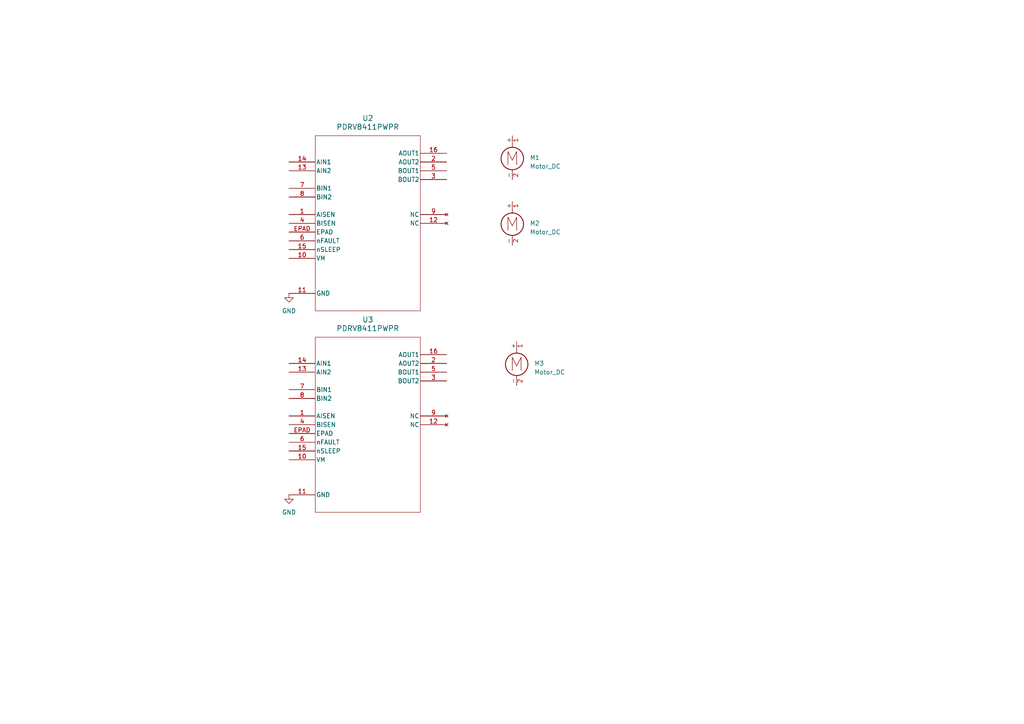
<source format=kicad_sch>
(kicad_sch (version 20230121) (generator eeschema)

  (uuid 84fdf8d1-67ff-42e7-ae67-4321bea0746e)

  (paper "A4")

  (lib_symbols
    (symbol "DRV8411:PDRV8411PWPR" (pin_names (offset 0.254)) (in_bom yes) (on_board yes)
      (property "Reference" "U" (at 22.86 12.7 0)
        (effects (font (size 1.524 1.524)))
      )
      (property "Value" "PDRV8411PWPR" (at 22.86 10.16 0)
        (effects (font (size 1.524 1.524)))
      )
      (property "Footprint" "TSSOP_11PWPR_TEX" (at 0 0 0)
        (effects (font (size 1.27 1.27) italic) hide)
      )
      (property "Datasheet" "PDRV8411PWPR" (at 0 0 0)
        (effects (font (size 1.27 1.27) italic) hide)
      )
      (property "ki_locked" "" (at 0 0 0)
        (effects (font (size 1.27 1.27)))
      )
      (property "ki_keywords" "PDRV8411PWPR" (at 0 0 0)
        (effects (font (size 1.27 1.27)) hide)
      )
      (property "ki_fp_filters" "TSSOP_11PWPR_TEX TSSOP_11PWPR_TEX-M TSSOP_11PWPR_TEX-L" (at 0 0 0)
        (effects (font (size 1.27 1.27)) hide)
      )
      (symbol "PDRV8411PWPR_0_1"
        (polyline
          (pts
            (xy 7.62 -43.18)
            (xy 38.1 -43.18)
          )
          (stroke (width 0.127) (type default))
          (fill (type none))
        )
        (polyline
          (pts
            (xy 7.62 7.62)
            (xy 7.62 -43.18)
          )
          (stroke (width 0.127) (type default))
          (fill (type none))
        )
        (polyline
          (pts
            (xy 38.1 -43.18)
            (xy 38.1 7.62)
          )
          (stroke (width 0.127) (type default))
          (fill (type none))
        )
        (polyline
          (pts
            (xy 38.1 7.62)
            (xy 7.62 7.62)
          )
          (stroke (width 0.127) (type default))
          (fill (type none))
        )
        (pin unspecified line (at 0 -15.24 0) (length 7.62)
          (name "AISEN" (effects (font (size 1.27 1.27))))
          (number "1" (effects (font (size 1.27 1.27))))
        )
        (pin unspecified line (at 0 -27.94 0) (length 7.62)
          (name "VM" (effects (font (size 1.27 1.27))))
          (number "10" (effects (font (size 1.27 1.27))))
        )
        (pin power_out line (at 0 -38.1 0) (length 7.62)
          (name "GND" (effects (font (size 1.27 1.27))))
          (number "11" (effects (font (size 1.27 1.27))))
        )
        (pin no_connect line (at 45.72 -17.78 180) (length 7.62)
          (name "NC" (effects (font (size 1.27 1.27))))
          (number "12" (effects (font (size 1.27 1.27))))
        )
        (pin input line (at 0 -2.54 0) (length 7.62)
          (name "AIN2" (effects (font (size 1.27 1.27))))
          (number "13" (effects (font (size 1.27 1.27))))
        )
        (pin input line (at 0 0 0) (length 7.62)
          (name "AIN1" (effects (font (size 1.27 1.27))))
          (number "14" (effects (font (size 1.27 1.27))))
        )
        (pin unspecified line (at 0 -25.4 0) (length 7.62)
          (name "nSLEEP" (effects (font (size 1.27 1.27))))
          (number "15" (effects (font (size 1.27 1.27))))
        )
        (pin output line (at 45.72 2.54 180) (length 7.62)
          (name "AOUT1" (effects (font (size 1.27 1.27))))
          (number "16" (effects (font (size 1.27 1.27))))
        )
        (pin output line (at 45.72 0 180) (length 7.62)
          (name "AOUT2" (effects (font (size 1.27 1.27))))
          (number "2" (effects (font (size 1.27 1.27))))
        )
        (pin output line (at 45.72 -5.08 180) (length 7.62)
          (name "BOUT2" (effects (font (size 1.27 1.27))))
          (number "3" (effects (font (size 1.27 1.27))))
        )
        (pin unspecified line (at 0 -17.78 0) (length 7.62)
          (name "BISEN" (effects (font (size 1.27 1.27))))
          (number "4" (effects (font (size 1.27 1.27))))
        )
        (pin output line (at 45.72 -2.54 180) (length 7.62)
          (name "BOUT1" (effects (font (size 1.27 1.27))))
          (number "5" (effects (font (size 1.27 1.27))))
        )
        (pin unspecified line (at 0 -22.86 0) (length 7.62)
          (name "nFAULT" (effects (font (size 1.27 1.27))))
          (number "6" (effects (font (size 1.27 1.27))))
        )
        (pin input line (at 0 -7.62 0) (length 7.62)
          (name "BIN1" (effects (font (size 1.27 1.27))))
          (number "7" (effects (font (size 1.27 1.27))))
        )
        (pin input line (at 0 -10.16 0) (length 7.62)
          (name "BIN2" (effects (font (size 1.27 1.27))))
          (number "8" (effects (font (size 1.27 1.27))))
        )
        (pin no_connect line (at 45.72 -15.24 180) (length 7.62)
          (name "NC" (effects (font (size 1.27 1.27))))
          (number "9" (effects (font (size 1.27 1.27))))
        )
        (pin unspecified line (at 0 -20.32 0) (length 7.62)
          (name "EPAD" (effects (font (size 1.27 1.27))))
          (number "EPAD" (effects (font (size 1.27 1.27))))
        )
      )
    )
    (symbol "Motor:Motor_DC" (pin_names (offset 0)) (in_bom yes) (on_board yes)
      (property "Reference" "M" (at 2.54 2.54 0)
        (effects (font (size 1.27 1.27)) (justify left))
      )
      (property "Value" "Motor_DC" (at 2.54 -5.08 0)
        (effects (font (size 1.27 1.27)) (justify left top))
      )
      (property "Footprint" "" (at 0 -2.286 0)
        (effects (font (size 1.27 1.27)) hide)
      )
      (property "Datasheet" "~" (at 0 -2.286 0)
        (effects (font (size 1.27 1.27)) hide)
      )
      (property "ki_keywords" "DC Motor" (at 0 0 0)
        (effects (font (size 1.27 1.27)) hide)
      )
      (property "ki_description" "DC Motor" (at 0 0 0)
        (effects (font (size 1.27 1.27)) hide)
      )
      (property "ki_fp_filters" "PinHeader*P2.54mm* TerminalBlock*" (at 0 0 0)
        (effects (font (size 1.27 1.27)) hide)
      )
      (symbol "Motor_DC_0_0"
        (polyline
          (pts
            (xy -1.27 -3.302)
            (xy -1.27 0.508)
            (xy 0 -2.032)
            (xy 1.27 0.508)
            (xy 1.27 -3.302)
          )
          (stroke (width 0) (type default))
          (fill (type none))
        )
      )
      (symbol "Motor_DC_0_1"
        (circle (center 0 -1.524) (radius 3.2512)
          (stroke (width 0.254) (type default))
          (fill (type none))
        )
        (polyline
          (pts
            (xy 0 -7.62)
            (xy 0 -7.112)
          )
          (stroke (width 0) (type default))
          (fill (type none))
        )
        (polyline
          (pts
            (xy 0 -4.7752)
            (xy 0 -5.1816)
          )
          (stroke (width 0) (type default))
          (fill (type none))
        )
        (polyline
          (pts
            (xy 0 1.7272)
            (xy 0 2.0828)
          )
          (stroke (width 0) (type default))
          (fill (type none))
        )
        (polyline
          (pts
            (xy 0 2.032)
            (xy 0 2.54)
          )
          (stroke (width 0) (type default))
          (fill (type none))
        )
      )
      (symbol "Motor_DC_1_1"
        (pin passive line (at 0 5.08 270) (length 2.54)
          (name "+" (effects (font (size 1.27 1.27))))
          (number "1" (effects (font (size 1.27 1.27))))
        )
        (pin passive line (at 0 -7.62 90) (length 2.54)
          (name "-" (effects (font (size 1.27 1.27))))
          (number "2" (effects (font (size 1.27 1.27))))
        )
      )
    )
    (symbol "power:GND" (power) (pin_names (offset 0)) (in_bom yes) (on_board yes)
      (property "Reference" "#PWR" (at 0 -6.35 0)
        (effects (font (size 1.27 1.27)) hide)
      )
      (property "Value" "GND" (at 0 -3.81 0)
        (effects (font (size 1.27 1.27)))
      )
      (property "Footprint" "" (at 0 0 0)
        (effects (font (size 1.27 1.27)) hide)
      )
      (property "Datasheet" "" (at 0 0 0)
        (effects (font (size 1.27 1.27)) hide)
      )
      (property "ki_keywords" "global power" (at 0 0 0)
        (effects (font (size 1.27 1.27)) hide)
      )
      (property "ki_description" "Power symbol creates a global label with name \"GND\" , ground" (at 0 0 0)
        (effects (font (size 1.27 1.27)) hide)
      )
      (symbol "GND_0_1"
        (polyline
          (pts
            (xy 0 0)
            (xy 0 -1.27)
            (xy 1.27 -1.27)
            (xy 0 -2.54)
            (xy -1.27 -1.27)
            (xy 0 -1.27)
          )
          (stroke (width 0) (type default))
          (fill (type none))
        )
      )
      (symbol "GND_1_1"
        (pin power_in line (at 0 0 270) (length 0) hide
          (name "GND" (effects (font (size 1.27 1.27))))
          (number "1" (effects (font (size 1.27 1.27))))
        )
      )
    )
  )


  (symbol (lib_id "power:GND") (at 83.82 143.51 0) (unit 1)
    (in_bom yes) (on_board yes) (dnp no) (fields_autoplaced)
    (uuid 196e00f3-5fdc-41f5-ab5b-0569156f4c46)
    (property "Reference" "#PWR03" (at 83.82 149.86 0)
      (effects (font (size 1.27 1.27)) hide)
    )
    (property "Value" "GND" (at 83.82 148.59 0)
      (effects (font (size 1.27 1.27)))
    )
    (property "Footprint" "" (at 83.82 143.51 0)
      (effects (font (size 1.27 1.27)) hide)
    )
    (property "Datasheet" "" (at 83.82 143.51 0)
      (effects (font (size 1.27 1.27)) hide)
    )
    (pin "1" (uuid dddb1d70-9aa8-4346-87a4-b2dcfdb3ccbc))
    (instances
      (project "Pico-Skidi"
        (path "/21865b85-eb74-4d61-a31a-30858d3bc341"
          (reference "#PWR03") (unit 1)
        )
        (path "/21865b85-eb74-4d61-a31a-30858d3bc341/bbc489db-46a3-4246-b410-83dab5c86885"
          (reference "#PWR04") (unit 1)
        )
      )
    )
  )

  (symbol (lib_id "power:GND") (at 83.82 85.09 0) (unit 1)
    (in_bom yes) (on_board yes) (dnp no) (fields_autoplaced)
    (uuid 537596ee-a878-427a-b5c3-224e02856eee)
    (property "Reference" "#PWR04" (at 83.82 91.44 0)
      (effects (font (size 1.27 1.27)) hide)
    )
    (property "Value" "GND" (at 83.82 90.17 0)
      (effects (font (size 1.27 1.27)))
    )
    (property "Footprint" "" (at 83.82 85.09 0)
      (effects (font (size 1.27 1.27)) hide)
    )
    (property "Datasheet" "" (at 83.82 85.09 0)
      (effects (font (size 1.27 1.27)) hide)
    )
    (pin "1" (uuid 36ec1237-7c96-4ca3-a54c-d2d14c1938e2))
    (instances
      (project "Pico-Skidi"
        (path "/21865b85-eb74-4d61-a31a-30858d3bc341"
          (reference "#PWR04") (unit 1)
        )
        (path "/21865b85-eb74-4d61-a31a-30858d3bc341/bbc489db-46a3-4246-b410-83dab5c86885"
          (reference "#PWR03") (unit 1)
        )
      )
    )
  )

  (symbol (lib_id "DRV8411:PDRV8411PWPR") (at 83.82 105.41 0) (unit 1)
    (in_bom yes) (on_board yes) (dnp no) (fields_autoplaced)
    (uuid 55fb1419-6018-4eff-8028-4469fd158aa5)
    (property "Reference" "U3" (at 106.68 92.71 0)
      (effects (font (size 1.524 1.524)))
    )
    (property "Value" "PDRV8411PWPR" (at 106.68 95.25 0)
      (effects (font (size 1.524 1.524)))
    )
    (property "Footprint" "TSSOP_11PWPR_TEX" (at 83.82 105.41 0)
      (effects (font (size 1.27 1.27) italic) hide)
    )
    (property "Datasheet" "PDRV8411PWPR" (at 83.82 105.41 0)
      (effects (font (size 1.27 1.27) italic) hide)
    )
    (pin "1" (uuid 3c7c6b84-1c42-4457-a7dd-bf45036d7ab2))
    (pin "10" (uuid 4583508f-e5f4-4234-9b62-8e64f49a588c))
    (pin "11" (uuid e56d3280-03dc-4538-a9bf-0a159533f15c))
    (pin "12" (uuid 70f27154-89cf-44f9-8c0b-f7dbdd25b6e5))
    (pin "13" (uuid 36fe19b9-300b-4fe2-900e-ffb5709b96d4))
    (pin "14" (uuid 33f3fc44-5d9c-4226-afeb-93f0ec2cf510))
    (pin "15" (uuid 507d7b51-50e9-496a-8daf-c71b337ef8ed))
    (pin "16" (uuid b953ef8a-d7bf-4a6f-93ba-5a038228d2c8))
    (pin "2" (uuid 81df9acc-978a-4150-af0d-3651c1ca2a94))
    (pin "3" (uuid 592b8bae-36f9-4473-8e5e-4dcdcdc18fcb))
    (pin "4" (uuid 895362be-360b-4013-a505-eaecbcce97b7))
    (pin "5" (uuid dd7f10be-abc0-4e43-a3aa-2a8a42fb6b33))
    (pin "6" (uuid b4b87813-0a3e-4ee5-b690-23ab87668567))
    (pin "7" (uuid 8a7d7108-207e-422d-81bf-14b5e44d9c20))
    (pin "8" (uuid 904e306f-d96d-499a-be7c-2b2e33904a93))
    (pin "9" (uuid 82fb2742-9133-4941-af63-b3110485f646))
    (pin "EPAD" (uuid 14182abc-effe-4cf3-aea4-343ff1f4e2a8))
    (instances
      (project "Pico-Skidi"
        (path "/21865b85-eb74-4d61-a31a-30858d3bc341"
          (reference "U3") (unit 1)
        )
        (path "/21865b85-eb74-4d61-a31a-30858d3bc341/bbc489db-46a3-4246-b410-83dab5c86885"
          (reference "U3") (unit 1)
        )
      )
    )
  )

  (symbol (lib_id "Motor:Motor_DC") (at 149.86 104.14 0) (unit 1)
    (in_bom yes) (on_board yes) (dnp no) (fields_autoplaced)
    (uuid 796a6009-1073-4164-975f-a4662b86f8c1)
    (property "Reference" "M3" (at 154.94 105.41 0)
      (effects (font (size 1.27 1.27)) (justify left))
    )
    (property "Value" "Motor_DC" (at 154.94 107.95 0)
      (effects (font (size 1.27 1.27)) (justify left))
    )
    (property "Footprint" "" (at 149.86 106.426 0)
      (effects (font (size 1.27 1.27)) hide)
    )
    (property "Datasheet" "~" (at 149.86 106.426 0)
      (effects (font (size 1.27 1.27)) hide)
    )
    (pin "1" (uuid 4b21cd74-ad30-4243-ac14-c63a20827722))
    (pin "2" (uuid 3cccf830-2a9a-481e-bb6c-7f644f912a59))
    (instances
      (project "Pico-Skidi"
        (path "/21865b85-eb74-4d61-a31a-30858d3bc341"
          (reference "M3") (unit 1)
        )
        (path "/21865b85-eb74-4d61-a31a-30858d3bc341/bbc489db-46a3-4246-b410-83dab5c86885"
          (reference "M3") (unit 1)
        )
      )
    )
  )

  (symbol (lib_id "DRV8411:PDRV8411PWPR") (at 83.82 46.99 0) (unit 1)
    (in_bom yes) (on_board yes) (dnp no) (fields_autoplaced)
    (uuid c63dc7df-4cb5-4d96-ba73-2153147745e6)
    (property "Reference" "U2" (at 106.68 34.29 0)
      (effects (font (size 1.524 1.524)))
    )
    (property "Value" "PDRV8411PWPR" (at 106.68 36.83 0)
      (effects (font (size 1.524 1.524)))
    )
    (property "Footprint" "TSSOP_11PWPR_TEX" (at 83.82 46.99 0)
      (effects (font (size 1.27 1.27) italic) hide)
    )
    (property "Datasheet" "PDRV8411PWPR" (at 83.82 46.99 0)
      (effects (font (size 1.27 1.27) italic) hide)
    )
    (pin "1" (uuid b5f068fc-5e01-45b1-9a45-065f22a98749))
    (pin "10" (uuid f49214d2-e4d7-4c0e-a20d-31ae75ef6182))
    (pin "11" (uuid 9c83764a-001c-4a28-944e-922b348e2914))
    (pin "12" (uuid 69213cf8-27a6-472e-80b9-de134f2b10cb))
    (pin "13" (uuid a365997a-096c-41b4-9139-cebfb2a8a96f))
    (pin "14" (uuid ee0d9ce0-4429-44d1-ad34-dfd73f57ca41))
    (pin "15" (uuid 620cf9cd-faee-4f61-9563-6711a1839169))
    (pin "16" (uuid 830989e0-f697-47d4-b8ac-f214a3b9ebc5))
    (pin "2" (uuid f518e2a7-a349-4d13-b814-93acc8a9ebe2))
    (pin "3" (uuid 8e7cfc65-5c80-41c1-858d-d7405142bbe0))
    (pin "4" (uuid ef4e9d4b-6ef2-429a-8d3d-23e3afaa944c))
    (pin "5" (uuid fd021c57-4d40-494c-b854-1f17900b1ea4))
    (pin "6" (uuid 37e9c322-1ca0-4b3b-b904-704792b9e4db))
    (pin "7" (uuid 3747dde3-a45f-4436-8e49-3a45d11c4e70))
    (pin "8" (uuid 5d8bc11f-7ba9-4fb5-ba76-f0e0e5dca82e))
    (pin "9" (uuid 76558cc8-0e38-418b-ac49-fb6dd46741c9))
    (pin "EPAD" (uuid 9563a341-688d-4a4f-aeca-80ccfd03e6bb))
    (instances
      (project "Pico-Skidi"
        (path "/21865b85-eb74-4d61-a31a-30858d3bc341"
          (reference "U2") (unit 1)
        )
        (path "/21865b85-eb74-4d61-a31a-30858d3bc341/bbc489db-46a3-4246-b410-83dab5c86885"
          (reference "U2") (unit 1)
        )
      )
    )
  )

  (symbol (lib_id "Motor:Motor_DC") (at 148.59 63.5 0) (unit 1)
    (in_bom yes) (on_board yes) (dnp no) (fields_autoplaced)
    (uuid cef3413e-0722-4c3b-bfb1-0116dfeb6f54)
    (property "Reference" "M2" (at 153.67 64.77 0)
      (effects (font (size 1.27 1.27)) (justify left))
    )
    (property "Value" "Motor_DC" (at 153.67 67.31 0)
      (effects (font (size 1.27 1.27)) (justify left))
    )
    (property "Footprint" "" (at 148.59 65.786 0)
      (effects (font (size 1.27 1.27)) hide)
    )
    (property "Datasheet" "~" (at 148.59 65.786 0)
      (effects (font (size 1.27 1.27)) hide)
    )
    (pin "1" (uuid 30e78567-6b17-418b-ae74-f33764bf751b))
    (pin "2" (uuid dd7d3889-4647-4098-90b2-432d31209dc0))
    (instances
      (project "Pico-Skidi"
        (path "/21865b85-eb74-4d61-a31a-30858d3bc341"
          (reference "M2") (unit 1)
        )
        (path "/21865b85-eb74-4d61-a31a-30858d3bc341/bbc489db-46a3-4246-b410-83dab5c86885"
          (reference "M2") (unit 1)
        )
      )
    )
  )

  (symbol (lib_id "Motor:Motor_DC") (at 148.59 44.45 0) (unit 1)
    (in_bom yes) (on_board yes) (dnp no) (fields_autoplaced)
    (uuid e913aaac-3a1f-4fc7-98a1-d5419487a584)
    (property "Reference" "M1" (at 153.67 45.72 0)
      (effects (font (size 1.27 1.27)) (justify left))
    )
    (property "Value" "Motor_DC" (at 153.67 48.26 0)
      (effects (font (size 1.27 1.27)) (justify left))
    )
    (property "Footprint" "" (at 148.59 46.736 0)
      (effects (font (size 1.27 1.27)) hide)
    )
    (property "Datasheet" "~" (at 148.59 46.736 0)
      (effects (font (size 1.27 1.27)) hide)
    )
    (pin "1" (uuid 54164e06-bb41-4160-8f95-ccf8de86bead))
    (pin "2" (uuid 84f1c1ff-90e3-4457-a552-25bf5039be89))
    (instances
      (project "Pico-Skidi"
        (path "/21865b85-eb74-4d61-a31a-30858d3bc341"
          (reference "M1") (unit 1)
        )
        (path "/21865b85-eb74-4d61-a31a-30858d3bc341/bbc489db-46a3-4246-b410-83dab5c86885"
          (reference "M1") (unit 1)
        )
      )
    )
  )
)

</source>
